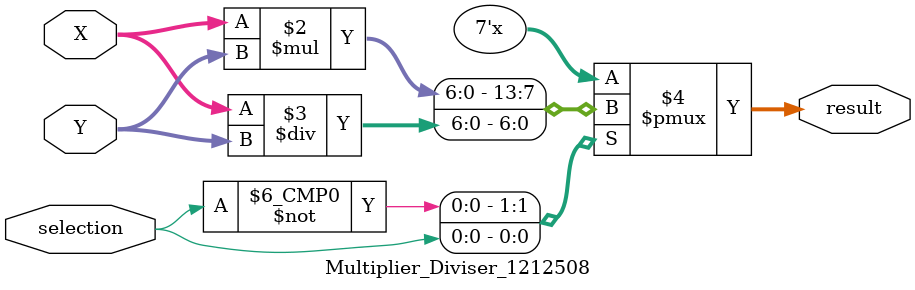
<source format=v>
module Multiplier_Diviser_1212508 #(parameter n = 4)(selection,X,Y,result);
input selection; //selection : determines process is multiply if it equals 0 or division if it equals 1. 
input signed [n:0]X,Y; //X and Y are numbers in nBit.
output reg signed [n+2:0]result; //result of multiply or division.

always@(*)
begin
case(selection)
1'b0 : result = X * Y;
1'b1 : result = X / Y;
endcase
end
endmodule

</source>
